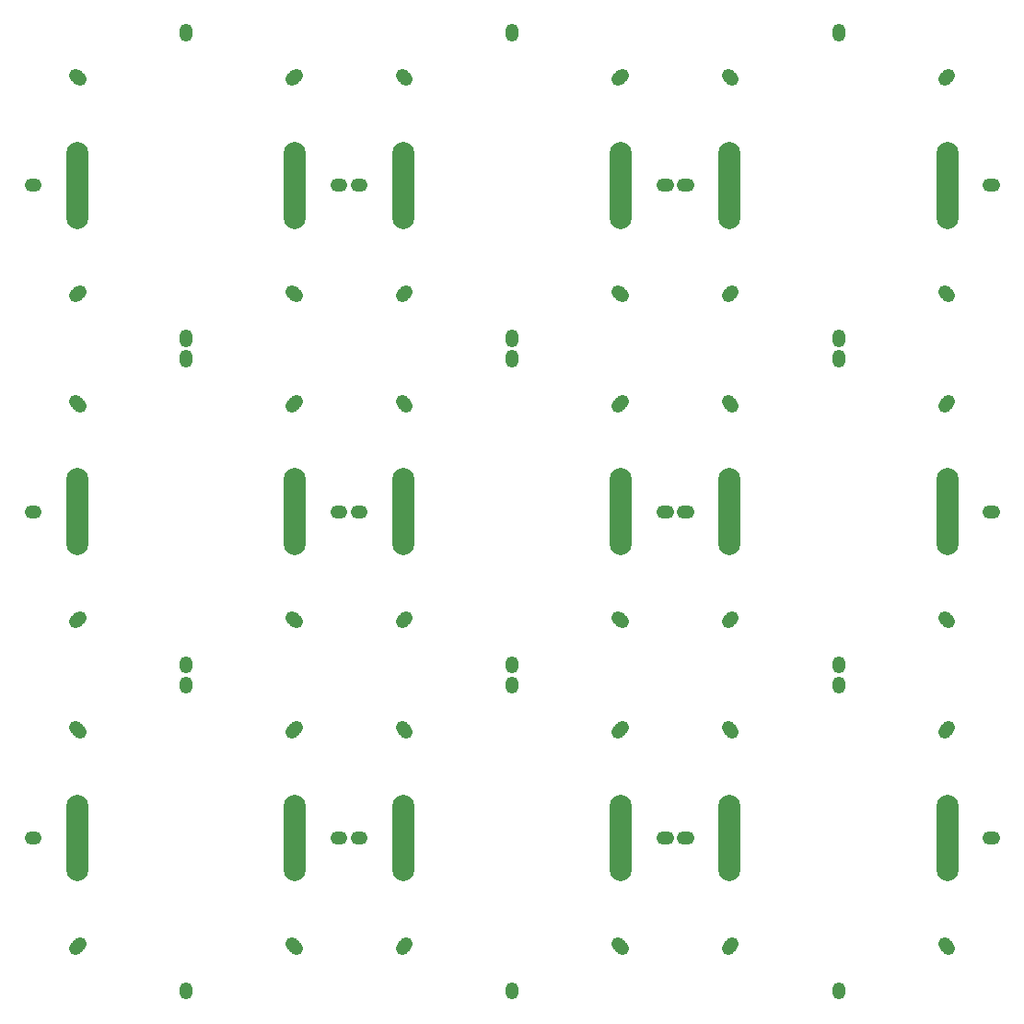
<source format=gts>
G75*
%MOIN*%
%OFA0B0*%
%FSLAX25Y25*%
%IPPOS*%
%LPD*%
%AMOC8*
5,1,8,0,0,1.08239X$1,22.5*
%
%ADD10C,0.04762*%
%ADD11C,0.07887*%
D10*
X0027102Y0027102D03*
X0027594Y0027594D03*
X0028087Y0028087D03*
X0028579Y0028579D03*
X0012339Y0066965D03*
X0011846Y0066965D03*
X0011354Y0066965D03*
X0010862Y0066965D03*
X0028579Y0105350D03*
X0028087Y0105843D03*
X0027594Y0106335D03*
X0027102Y0106827D03*
X0027102Y0145213D03*
X0027594Y0145705D03*
X0028087Y0146197D03*
X0028579Y0146689D03*
X0066965Y0130449D03*
X0066965Y0129957D03*
X0066965Y0129465D03*
X0066965Y0128972D03*
X0066965Y0123067D03*
X0066965Y0122575D03*
X0066965Y0122083D03*
X0066965Y0121591D03*
X0105350Y0105350D03*
X0105843Y0105843D03*
X0106335Y0106335D03*
X0106827Y0106827D03*
X0121591Y0066965D03*
X0122083Y0066965D03*
X0122575Y0066965D03*
X0123067Y0066965D03*
X0128972Y0066965D03*
X0129465Y0066965D03*
X0129957Y0066965D03*
X0130449Y0066965D03*
X0146689Y0105350D03*
X0146197Y0105843D03*
X0145705Y0106335D03*
X0145213Y0106827D03*
X0145213Y0145213D03*
X0145705Y0145705D03*
X0146197Y0146197D03*
X0146689Y0146689D03*
X0106827Y0145213D03*
X0106335Y0145705D03*
X0105843Y0146197D03*
X0105350Y0146689D03*
X0121591Y0185075D03*
X0122083Y0185075D03*
X0122575Y0185075D03*
X0123067Y0185075D03*
X0128972Y0185075D03*
X0129465Y0185075D03*
X0129957Y0185075D03*
X0130449Y0185075D03*
X0146689Y0223461D03*
X0146197Y0223953D03*
X0145705Y0224445D03*
X0145213Y0224937D03*
X0145213Y0263323D03*
X0145705Y0263815D03*
X0146197Y0264307D03*
X0146689Y0264799D03*
X0130449Y0303185D03*
X0129957Y0303185D03*
X0129465Y0303185D03*
X0128972Y0303185D03*
X0123067Y0303185D03*
X0122575Y0303185D03*
X0122083Y0303185D03*
X0121591Y0303185D03*
X0105350Y0264799D03*
X0105843Y0264307D03*
X0106335Y0263815D03*
X0106827Y0263323D03*
X0066965Y0248559D03*
X0066965Y0248067D03*
X0066965Y0247575D03*
X0066965Y0247083D03*
X0066965Y0241177D03*
X0066965Y0240685D03*
X0066965Y0240193D03*
X0066965Y0239701D03*
X0105350Y0223461D03*
X0105843Y0223953D03*
X0106335Y0224445D03*
X0106827Y0224937D03*
X0028579Y0223461D03*
X0028087Y0223953D03*
X0027594Y0224445D03*
X0027102Y0224937D03*
X0012339Y0185075D03*
X0011846Y0185075D03*
X0011354Y0185075D03*
X0010862Y0185075D03*
X0027102Y0263323D03*
X0027594Y0263815D03*
X0028087Y0264307D03*
X0028579Y0264799D03*
X0012339Y0303185D03*
X0011846Y0303185D03*
X0011354Y0303185D03*
X0010862Y0303185D03*
X0028579Y0341571D03*
X0028087Y0342063D03*
X0027594Y0342555D03*
X0027102Y0343047D03*
X0066965Y0357811D03*
X0066965Y0358303D03*
X0066965Y0358795D03*
X0066965Y0359287D03*
X0105350Y0341571D03*
X0105843Y0342063D03*
X0106335Y0342555D03*
X0106827Y0343047D03*
X0145213Y0343047D03*
X0145705Y0342555D03*
X0146197Y0342063D03*
X0146689Y0341571D03*
X0185075Y0357811D03*
X0185075Y0358303D03*
X0185075Y0358795D03*
X0185075Y0359287D03*
X0223461Y0341571D03*
X0223953Y0342063D03*
X0224445Y0342555D03*
X0224937Y0343047D03*
X0263323Y0343047D03*
X0263815Y0342555D03*
X0264307Y0342063D03*
X0264799Y0341571D03*
X0303185Y0357811D03*
X0303185Y0358303D03*
X0303185Y0358795D03*
X0303185Y0359287D03*
X0341571Y0341571D03*
X0342063Y0342063D03*
X0342555Y0342555D03*
X0343047Y0343047D03*
X0357811Y0303185D03*
X0358303Y0303185D03*
X0358795Y0303185D03*
X0359287Y0303185D03*
X0341571Y0264799D03*
X0342063Y0264307D03*
X0342555Y0263815D03*
X0343047Y0263323D03*
X0343047Y0224937D03*
X0342555Y0224445D03*
X0342063Y0223953D03*
X0341571Y0223461D03*
X0357811Y0185075D03*
X0358303Y0185075D03*
X0358795Y0185075D03*
X0359287Y0185075D03*
X0341571Y0146689D03*
X0342063Y0146197D03*
X0342555Y0145705D03*
X0343047Y0145213D03*
X0343047Y0106827D03*
X0342555Y0106335D03*
X0342063Y0105843D03*
X0341571Y0105350D03*
X0357811Y0066965D03*
X0358303Y0066965D03*
X0358795Y0066965D03*
X0359287Y0066965D03*
X0341571Y0028579D03*
X0342063Y0028087D03*
X0342555Y0027594D03*
X0343047Y0027102D03*
X0303185Y0012339D03*
X0303185Y0011846D03*
X0303185Y0011354D03*
X0303185Y0010862D03*
X0264799Y0028579D03*
X0264307Y0028087D03*
X0263815Y0027594D03*
X0263323Y0027102D03*
X0224937Y0027102D03*
X0224445Y0027594D03*
X0223953Y0028087D03*
X0223461Y0028579D03*
X0185075Y0012339D03*
X0185075Y0011846D03*
X0185075Y0011354D03*
X0185075Y0010862D03*
X0146689Y0028579D03*
X0146197Y0028087D03*
X0145705Y0027594D03*
X0145213Y0027102D03*
X0106827Y0027102D03*
X0106335Y0027594D03*
X0105843Y0028087D03*
X0105350Y0028579D03*
X0066965Y0012339D03*
X0066965Y0011846D03*
X0066965Y0011354D03*
X0066965Y0010862D03*
X0185075Y0121591D03*
X0185075Y0122083D03*
X0185075Y0122575D03*
X0185075Y0123067D03*
X0185075Y0128972D03*
X0185075Y0129465D03*
X0185075Y0129957D03*
X0185075Y0130449D03*
X0223461Y0146689D03*
X0223953Y0146197D03*
X0224445Y0145705D03*
X0224937Y0145213D03*
X0263323Y0145213D03*
X0263815Y0145705D03*
X0264307Y0146197D03*
X0264799Y0146689D03*
X0303185Y0130449D03*
X0303185Y0129957D03*
X0303185Y0129465D03*
X0303185Y0128972D03*
X0303185Y0123067D03*
X0303185Y0122575D03*
X0303185Y0122083D03*
X0303185Y0121591D03*
X0264799Y0105350D03*
X0264307Y0105843D03*
X0263815Y0106335D03*
X0263323Y0106827D03*
X0248559Y0066965D03*
X0248067Y0066965D03*
X0247575Y0066965D03*
X0247083Y0066965D03*
X0241177Y0066965D03*
X0240685Y0066965D03*
X0240193Y0066965D03*
X0239701Y0066965D03*
X0223461Y0105350D03*
X0223953Y0105843D03*
X0224445Y0106335D03*
X0224937Y0106827D03*
X0239701Y0185075D03*
X0240193Y0185075D03*
X0240685Y0185075D03*
X0241177Y0185075D03*
X0247083Y0185075D03*
X0247575Y0185075D03*
X0248067Y0185075D03*
X0248559Y0185075D03*
X0264799Y0223461D03*
X0264307Y0223953D03*
X0263815Y0224445D03*
X0263323Y0224937D03*
X0303185Y0239701D03*
X0303185Y0240193D03*
X0303185Y0240685D03*
X0303185Y0241177D03*
X0303185Y0247083D03*
X0303185Y0247575D03*
X0303185Y0248067D03*
X0303185Y0248559D03*
X0264799Y0264799D03*
X0264307Y0264307D03*
X0263815Y0263815D03*
X0263323Y0263323D03*
X0248559Y0303185D03*
X0248067Y0303185D03*
X0247575Y0303185D03*
X0247083Y0303185D03*
X0241177Y0303185D03*
X0240685Y0303185D03*
X0240193Y0303185D03*
X0239701Y0303185D03*
X0223461Y0264799D03*
X0223953Y0264307D03*
X0224445Y0263815D03*
X0224937Y0263323D03*
X0185075Y0248559D03*
X0185075Y0248067D03*
X0185075Y0247575D03*
X0185075Y0247083D03*
X0185075Y0241177D03*
X0185075Y0240685D03*
X0185075Y0240193D03*
X0185075Y0239701D03*
X0223461Y0223461D03*
X0223953Y0223953D03*
X0224445Y0224445D03*
X0224937Y0224937D03*
D11*
X0224445Y0196886D03*
X0224445Y0195902D03*
X0224445Y0194917D03*
X0224445Y0193933D03*
X0224445Y0192949D03*
X0224445Y0191965D03*
X0224445Y0190980D03*
X0224445Y0189996D03*
X0224445Y0189012D03*
X0224445Y0188028D03*
X0224445Y0187043D03*
X0224445Y0186059D03*
X0224445Y0185075D03*
X0224445Y0184091D03*
X0224445Y0183106D03*
X0224445Y0182122D03*
X0224445Y0181138D03*
X0224445Y0180154D03*
X0224445Y0179169D03*
X0224445Y0178185D03*
X0224445Y0177201D03*
X0224445Y0176217D03*
X0224445Y0175232D03*
X0224445Y0174248D03*
X0224445Y0173264D03*
X0263815Y0173264D03*
X0263815Y0174248D03*
X0263815Y0175232D03*
X0263815Y0176217D03*
X0263815Y0177201D03*
X0263815Y0178185D03*
X0263815Y0179169D03*
X0263815Y0180154D03*
X0263815Y0181138D03*
X0263815Y0182122D03*
X0263815Y0183106D03*
X0263815Y0184091D03*
X0263815Y0185075D03*
X0263815Y0186059D03*
X0263815Y0187043D03*
X0263815Y0188028D03*
X0263815Y0189012D03*
X0263815Y0189996D03*
X0263815Y0190980D03*
X0263815Y0191965D03*
X0263815Y0192949D03*
X0263815Y0193933D03*
X0263815Y0194917D03*
X0263815Y0195902D03*
X0263815Y0196886D03*
X0342555Y0196886D03*
X0342555Y0195902D03*
X0342555Y0194917D03*
X0342555Y0193933D03*
X0342555Y0192949D03*
X0342555Y0191965D03*
X0342555Y0190980D03*
X0342555Y0189996D03*
X0342555Y0189012D03*
X0342555Y0188028D03*
X0342555Y0187043D03*
X0342555Y0186059D03*
X0342555Y0185075D03*
X0342555Y0184091D03*
X0342555Y0183106D03*
X0342555Y0182122D03*
X0342555Y0181138D03*
X0342555Y0180154D03*
X0342555Y0179169D03*
X0342555Y0178185D03*
X0342555Y0177201D03*
X0342555Y0176217D03*
X0342555Y0175232D03*
X0342555Y0174248D03*
X0342555Y0173264D03*
X0342555Y0078776D03*
X0342555Y0077791D03*
X0342555Y0076807D03*
X0342555Y0075823D03*
X0342555Y0074839D03*
X0342555Y0073854D03*
X0342555Y0072870D03*
X0342555Y0071886D03*
X0342555Y0070902D03*
X0342555Y0069917D03*
X0342555Y0068933D03*
X0342555Y0067949D03*
X0342555Y0066965D03*
X0342555Y0065980D03*
X0342555Y0064996D03*
X0342555Y0064012D03*
X0342555Y0063028D03*
X0342555Y0062043D03*
X0342555Y0061059D03*
X0342555Y0060075D03*
X0342555Y0059091D03*
X0342555Y0058106D03*
X0342555Y0057122D03*
X0342555Y0056138D03*
X0342555Y0055154D03*
X0263815Y0055154D03*
X0263815Y0056138D03*
X0263815Y0057122D03*
X0263815Y0058106D03*
X0263815Y0059091D03*
X0263815Y0060075D03*
X0263815Y0061059D03*
X0263815Y0062043D03*
X0263815Y0063028D03*
X0263815Y0064012D03*
X0263815Y0064996D03*
X0263815Y0065980D03*
X0263815Y0066965D03*
X0263815Y0067949D03*
X0263815Y0068933D03*
X0263815Y0069917D03*
X0263815Y0070902D03*
X0263815Y0071886D03*
X0263815Y0072870D03*
X0263815Y0073854D03*
X0263815Y0074839D03*
X0263815Y0075823D03*
X0263815Y0076807D03*
X0263815Y0077791D03*
X0263815Y0078776D03*
X0224445Y0078776D03*
X0224445Y0077791D03*
X0224445Y0076807D03*
X0224445Y0075823D03*
X0224445Y0074839D03*
X0224445Y0073854D03*
X0224445Y0072870D03*
X0224445Y0071886D03*
X0224445Y0070902D03*
X0224445Y0069917D03*
X0224445Y0068933D03*
X0224445Y0067949D03*
X0224445Y0066965D03*
X0224445Y0065980D03*
X0224445Y0064996D03*
X0224445Y0064012D03*
X0224445Y0063028D03*
X0224445Y0062043D03*
X0224445Y0061059D03*
X0224445Y0060075D03*
X0224445Y0059091D03*
X0224445Y0058106D03*
X0224445Y0057122D03*
X0224445Y0056138D03*
X0224445Y0055154D03*
X0145705Y0055154D03*
X0145705Y0056138D03*
X0145705Y0057122D03*
X0145705Y0058106D03*
X0145705Y0059091D03*
X0145705Y0060075D03*
X0145705Y0061059D03*
X0145705Y0062043D03*
X0145705Y0063028D03*
X0145705Y0064012D03*
X0145705Y0064996D03*
X0145705Y0065980D03*
X0145705Y0066965D03*
X0145705Y0067949D03*
X0145705Y0068933D03*
X0145705Y0069917D03*
X0145705Y0070902D03*
X0145705Y0071886D03*
X0145705Y0072870D03*
X0145705Y0073854D03*
X0145705Y0074839D03*
X0145705Y0075823D03*
X0145705Y0076807D03*
X0145705Y0077791D03*
X0145705Y0078776D03*
X0106335Y0078776D03*
X0106335Y0077791D03*
X0106335Y0076807D03*
X0106335Y0075823D03*
X0106335Y0074839D03*
X0106335Y0073854D03*
X0106335Y0072870D03*
X0106335Y0071886D03*
X0106335Y0070902D03*
X0106335Y0069917D03*
X0106335Y0068933D03*
X0106335Y0067949D03*
X0106335Y0066965D03*
X0106335Y0065980D03*
X0106335Y0064996D03*
X0106335Y0064012D03*
X0106335Y0063028D03*
X0106335Y0062043D03*
X0106335Y0061059D03*
X0106335Y0060075D03*
X0106335Y0059091D03*
X0106335Y0058106D03*
X0106335Y0057122D03*
X0106335Y0056138D03*
X0106335Y0055154D03*
X0027594Y0055154D03*
X0027594Y0056138D03*
X0027594Y0057122D03*
X0027594Y0058106D03*
X0027594Y0059091D03*
X0027594Y0060075D03*
X0027594Y0061059D03*
X0027594Y0062043D03*
X0027594Y0063028D03*
X0027594Y0064012D03*
X0027594Y0064996D03*
X0027594Y0065980D03*
X0027594Y0066965D03*
X0027594Y0067949D03*
X0027594Y0068933D03*
X0027594Y0069917D03*
X0027594Y0070902D03*
X0027594Y0071886D03*
X0027594Y0072870D03*
X0027594Y0073854D03*
X0027594Y0074839D03*
X0027594Y0075823D03*
X0027594Y0076807D03*
X0027594Y0077791D03*
X0027594Y0078776D03*
X0027594Y0173264D03*
X0027594Y0174248D03*
X0027594Y0175232D03*
X0027594Y0176217D03*
X0027594Y0177201D03*
X0027594Y0178185D03*
X0027594Y0179169D03*
X0027594Y0180154D03*
X0027594Y0181138D03*
X0027594Y0182122D03*
X0027594Y0183106D03*
X0027594Y0184091D03*
X0027594Y0185075D03*
X0027594Y0186059D03*
X0027594Y0187043D03*
X0027594Y0188028D03*
X0027594Y0189012D03*
X0027594Y0189996D03*
X0027594Y0190980D03*
X0027594Y0191965D03*
X0027594Y0192949D03*
X0027594Y0193933D03*
X0027594Y0194917D03*
X0027594Y0195902D03*
X0027594Y0196886D03*
X0106335Y0196886D03*
X0106335Y0195902D03*
X0106335Y0194917D03*
X0106335Y0193933D03*
X0106335Y0192949D03*
X0106335Y0191965D03*
X0106335Y0190980D03*
X0106335Y0189996D03*
X0106335Y0189012D03*
X0106335Y0188028D03*
X0106335Y0187043D03*
X0106335Y0186059D03*
X0106335Y0185075D03*
X0106335Y0184091D03*
X0106335Y0183106D03*
X0106335Y0182122D03*
X0106335Y0181138D03*
X0106335Y0180154D03*
X0106335Y0179169D03*
X0106335Y0178185D03*
X0106335Y0177201D03*
X0106335Y0176217D03*
X0106335Y0175232D03*
X0106335Y0174248D03*
X0106335Y0173264D03*
X0145705Y0173264D03*
X0145705Y0174248D03*
X0145705Y0175232D03*
X0145705Y0176217D03*
X0145705Y0177201D03*
X0145705Y0178185D03*
X0145705Y0179169D03*
X0145705Y0180154D03*
X0145705Y0181138D03*
X0145705Y0182122D03*
X0145705Y0183106D03*
X0145705Y0184091D03*
X0145705Y0185075D03*
X0145705Y0186059D03*
X0145705Y0187043D03*
X0145705Y0188028D03*
X0145705Y0189012D03*
X0145705Y0189996D03*
X0145705Y0190980D03*
X0145705Y0191965D03*
X0145705Y0192949D03*
X0145705Y0193933D03*
X0145705Y0194917D03*
X0145705Y0195902D03*
X0145705Y0196886D03*
X0145705Y0291374D03*
X0145705Y0292358D03*
X0145705Y0293343D03*
X0145705Y0294327D03*
X0145705Y0295311D03*
X0145705Y0296295D03*
X0145705Y0297280D03*
X0145705Y0298264D03*
X0145705Y0299248D03*
X0145705Y0300232D03*
X0145705Y0301217D03*
X0145705Y0302201D03*
X0145705Y0303185D03*
X0145705Y0304169D03*
X0145705Y0305154D03*
X0145705Y0306138D03*
X0145705Y0307122D03*
X0145705Y0308106D03*
X0145705Y0309091D03*
X0145705Y0310075D03*
X0145705Y0311059D03*
X0145705Y0312043D03*
X0145705Y0313028D03*
X0145705Y0314012D03*
X0145705Y0314996D03*
X0106335Y0314996D03*
X0106335Y0314012D03*
X0106335Y0313028D03*
X0106335Y0312043D03*
X0106335Y0311059D03*
X0106335Y0310075D03*
X0106335Y0309091D03*
X0106335Y0308106D03*
X0106335Y0307122D03*
X0106335Y0306138D03*
X0106335Y0305154D03*
X0106335Y0304169D03*
X0106335Y0303185D03*
X0106335Y0302201D03*
X0106335Y0301217D03*
X0106335Y0300232D03*
X0106335Y0299248D03*
X0106335Y0298264D03*
X0106335Y0297280D03*
X0106335Y0296295D03*
X0106335Y0295311D03*
X0106335Y0294327D03*
X0106335Y0293343D03*
X0106335Y0292358D03*
X0106335Y0291374D03*
X0027594Y0291374D03*
X0027594Y0292358D03*
X0027594Y0293343D03*
X0027594Y0294327D03*
X0027594Y0295311D03*
X0027594Y0296295D03*
X0027594Y0297280D03*
X0027594Y0298264D03*
X0027594Y0299248D03*
X0027594Y0300232D03*
X0027594Y0301217D03*
X0027594Y0302201D03*
X0027594Y0303185D03*
X0027594Y0304169D03*
X0027594Y0305154D03*
X0027594Y0306138D03*
X0027594Y0307122D03*
X0027594Y0308106D03*
X0027594Y0309091D03*
X0027594Y0310075D03*
X0027594Y0311059D03*
X0027594Y0312043D03*
X0027594Y0313028D03*
X0027594Y0314012D03*
X0027594Y0314996D03*
X0224445Y0314996D03*
X0224445Y0314012D03*
X0224445Y0313028D03*
X0224445Y0312043D03*
X0224445Y0311059D03*
X0224445Y0310075D03*
X0224445Y0309091D03*
X0224445Y0308106D03*
X0224445Y0307122D03*
X0224445Y0306138D03*
X0224445Y0305154D03*
X0224445Y0304169D03*
X0224445Y0303185D03*
X0224445Y0302201D03*
X0224445Y0301217D03*
X0224445Y0300232D03*
X0224445Y0299248D03*
X0224445Y0298264D03*
X0224445Y0297280D03*
X0224445Y0296295D03*
X0224445Y0295311D03*
X0224445Y0294327D03*
X0224445Y0293343D03*
X0224445Y0292358D03*
X0224445Y0291374D03*
X0263815Y0291374D03*
X0263815Y0292358D03*
X0263815Y0293343D03*
X0263815Y0294327D03*
X0263815Y0295311D03*
X0263815Y0296295D03*
X0263815Y0297280D03*
X0263815Y0298264D03*
X0263815Y0299248D03*
X0263815Y0300232D03*
X0263815Y0301217D03*
X0263815Y0302201D03*
X0263815Y0303185D03*
X0263815Y0304169D03*
X0263815Y0305154D03*
X0263815Y0306138D03*
X0263815Y0307122D03*
X0263815Y0308106D03*
X0263815Y0309091D03*
X0263815Y0310075D03*
X0263815Y0311059D03*
X0263815Y0312043D03*
X0263815Y0313028D03*
X0263815Y0314012D03*
X0263815Y0314996D03*
X0342555Y0314996D03*
X0342555Y0314012D03*
X0342555Y0313028D03*
X0342555Y0312043D03*
X0342555Y0311059D03*
X0342555Y0310075D03*
X0342555Y0309091D03*
X0342555Y0308106D03*
X0342555Y0307122D03*
X0342555Y0306138D03*
X0342555Y0305154D03*
X0342555Y0304169D03*
X0342555Y0303185D03*
X0342555Y0302201D03*
X0342555Y0301217D03*
X0342555Y0300232D03*
X0342555Y0299248D03*
X0342555Y0298264D03*
X0342555Y0297280D03*
X0342555Y0296295D03*
X0342555Y0295311D03*
X0342555Y0294327D03*
X0342555Y0293343D03*
X0342555Y0292358D03*
X0342555Y0291374D03*
M02*

</source>
